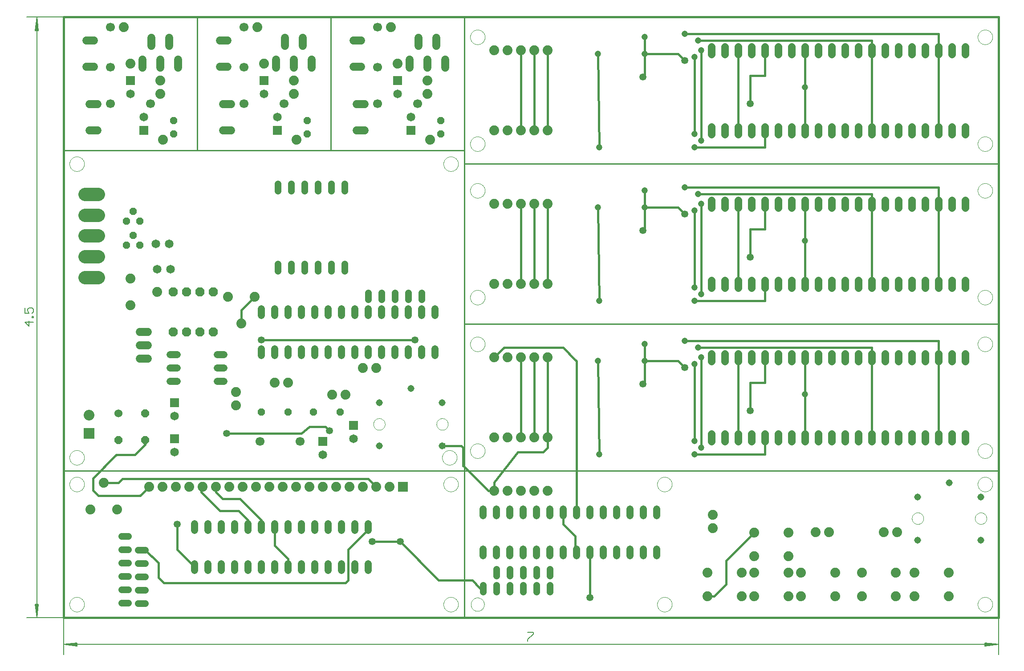
<source format=gtl>
G75*
G70*
%OFA0B0*%
%FSLAX24Y24*%
%IPPOS*%
%LPD*%
%AMOC8*
5,1,8,0,0,1.08239X$1,22.5*
%
%ADD10C,0.0000*%
%ADD11C,0.0160*%
%ADD12C,0.0100*%
%ADD13C,0.0051*%
%ADD14C,0.0060*%
%ADD15C,0.0550*%
%ADD16C,0.0740*%
%ADD17C,0.0515*%
%ADD18C,0.0515*%
%ADD19R,0.0740X0.0740*%
%ADD20C,0.0520*%
%ADD21OC8,0.0520*%
%ADD22R,0.0800X0.0800*%
%ADD23C,0.0800*%
%ADD24OC8,0.0560*%
%ADD25C,0.0650*%
%ADD26C,0.0600*%
%ADD27OC8,0.0600*%
%ADD28R,0.0650X0.0650*%
%ADD29C,0.0669*%
%ADD30C,0.1004*%
%ADD31C,0.0600*%
%ADD32OC8,0.0680*%
%ADD33C,0.0594*%
%ADD34C,0.0475*%
%ADD35C,0.0531*%
%ADD36R,0.0396X0.0396*%
D10*
X003709Y003893D02*
X003711Y003940D01*
X003717Y003986D01*
X003727Y004032D01*
X003740Y004077D01*
X003758Y004120D01*
X003779Y004162D01*
X003803Y004202D01*
X003831Y004239D01*
X003862Y004274D01*
X003896Y004307D01*
X003932Y004336D01*
X003971Y004362D01*
X004012Y004385D01*
X004055Y004404D01*
X004099Y004420D01*
X004144Y004432D01*
X004190Y004440D01*
X004237Y004444D01*
X004283Y004444D01*
X004330Y004440D01*
X004376Y004432D01*
X004421Y004420D01*
X004465Y004404D01*
X004508Y004385D01*
X004549Y004362D01*
X004588Y004336D01*
X004624Y004307D01*
X004658Y004274D01*
X004689Y004239D01*
X004717Y004202D01*
X004741Y004162D01*
X004762Y004120D01*
X004780Y004077D01*
X004793Y004032D01*
X004803Y003986D01*
X004809Y003940D01*
X004811Y003893D01*
X004809Y003846D01*
X004803Y003800D01*
X004793Y003754D01*
X004780Y003709D01*
X004762Y003666D01*
X004741Y003624D01*
X004717Y003584D01*
X004689Y003547D01*
X004658Y003512D01*
X004624Y003479D01*
X004588Y003450D01*
X004549Y003424D01*
X004508Y003401D01*
X004465Y003382D01*
X004421Y003366D01*
X004376Y003354D01*
X004330Y003346D01*
X004283Y003342D01*
X004237Y003342D01*
X004190Y003346D01*
X004144Y003354D01*
X004099Y003366D01*
X004055Y003382D01*
X004012Y003401D01*
X003971Y003424D01*
X003932Y003450D01*
X003896Y003479D01*
X003862Y003512D01*
X003831Y003547D01*
X003803Y003584D01*
X003779Y003624D01*
X003758Y003666D01*
X003740Y003709D01*
X003727Y003754D01*
X003717Y003800D01*
X003711Y003846D01*
X003709Y003893D01*
X003709Y012893D02*
X003711Y012940D01*
X003717Y012986D01*
X003727Y013032D01*
X003740Y013077D01*
X003758Y013120D01*
X003779Y013162D01*
X003803Y013202D01*
X003831Y013239D01*
X003862Y013274D01*
X003896Y013307D01*
X003932Y013336D01*
X003971Y013362D01*
X004012Y013385D01*
X004055Y013404D01*
X004099Y013420D01*
X004144Y013432D01*
X004190Y013440D01*
X004237Y013444D01*
X004283Y013444D01*
X004330Y013440D01*
X004376Y013432D01*
X004421Y013420D01*
X004465Y013404D01*
X004508Y013385D01*
X004549Y013362D01*
X004588Y013336D01*
X004624Y013307D01*
X004658Y013274D01*
X004689Y013239D01*
X004717Y013202D01*
X004741Y013162D01*
X004762Y013120D01*
X004780Y013077D01*
X004793Y013032D01*
X004803Y012986D01*
X004809Y012940D01*
X004811Y012893D01*
X004809Y012846D01*
X004803Y012800D01*
X004793Y012754D01*
X004780Y012709D01*
X004762Y012666D01*
X004741Y012624D01*
X004717Y012584D01*
X004689Y012547D01*
X004658Y012512D01*
X004624Y012479D01*
X004588Y012450D01*
X004549Y012424D01*
X004508Y012401D01*
X004465Y012382D01*
X004421Y012366D01*
X004376Y012354D01*
X004330Y012346D01*
X004283Y012342D01*
X004237Y012342D01*
X004190Y012346D01*
X004144Y012354D01*
X004099Y012366D01*
X004055Y012382D01*
X004012Y012401D01*
X003971Y012424D01*
X003932Y012450D01*
X003896Y012479D01*
X003862Y012512D01*
X003831Y012547D01*
X003803Y012584D01*
X003779Y012624D01*
X003758Y012666D01*
X003740Y012709D01*
X003727Y012754D01*
X003717Y012800D01*
X003711Y012846D01*
X003709Y012893D01*
X003709Y014893D02*
X003711Y014940D01*
X003717Y014986D01*
X003727Y015032D01*
X003740Y015077D01*
X003758Y015120D01*
X003779Y015162D01*
X003803Y015202D01*
X003831Y015239D01*
X003862Y015274D01*
X003896Y015307D01*
X003932Y015336D01*
X003971Y015362D01*
X004012Y015385D01*
X004055Y015404D01*
X004099Y015420D01*
X004144Y015432D01*
X004190Y015440D01*
X004237Y015444D01*
X004283Y015444D01*
X004330Y015440D01*
X004376Y015432D01*
X004421Y015420D01*
X004465Y015404D01*
X004508Y015385D01*
X004549Y015362D01*
X004588Y015336D01*
X004624Y015307D01*
X004658Y015274D01*
X004689Y015239D01*
X004717Y015202D01*
X004741Y015162D01*
X004762Y015120D01*
X004780Y015077D01*
X004793Y015032D01*
X004803Y014986D01*
X004809Y014940D01*
X004811Y014893D01*
X004809Y014846D01*
X004803Y014800D01*
X004793Y014754D01*
X004780Y014709D01*
X004762Y014666D01*
X004741Y014624D01*
X004717Y014584D01*
X004689Y014547D01*
X004658Y014512D01*
X004624Y014479D01*
X004588Y014450D01*
X004549Y014424D01*
X004508Y014401D01*
X004465Y014382D01*
X004421Y014366D01*
X004376Y014354D01*
X004330Y014346D01*
X004283Y014342D01*
X004237Y014342D01*
X004190Y014346D01*
X004144Y014354D01*
X004099Y014366D01*
X004055Y014382D01*
X004012Y014401D01*
X003971Y014424D01*
X003932Y014450D01*
X003896Y014479D01*
X003862Y014512D01*
X003831Y014547D01*
X003803Y014584D01*
X003779Y014624D01*
X003758Y014666D01*
X003740Y014709D01*
X003727Y014754D01*
X003717Y014800D01*
X003711Y014846D01*
X003709Y014893D01*
X026464Y017393D02*
X026466Y017434D01*
X026472Y017475D01*
X026482Y017515D01*
X026495Y017554D01*
X026512Y017591D01*
X026533Y017627D01*
X026557Y017661D01*
X026584Y017692D01*
X026613Y017720D01*
X026646Y017746D01*
X026680Y017768D01*
X026717Y017787D01*
X026755Y017802D01*
X026795Y017814D01*
X026835Y017822D01*
X026876Y017826D01*
X026918Y017826D01*
X026959Y017822D01*
X026999Y017814D01*
X027039Y017802D01*
X027077Y017787D01*
X027113Y017768D01*
X027148Y017746D01*
X027181Y017720D01*
X027210Y017692D01*
X027237Y017661D01*
X027261Y017627D01*
X027282Y017591D01*
X027299Y017554D01*
X027312Y017515D01*
X027322Y017475D01*
X027328Y017434D01*
X027330Y017393D01*
X027328Y017352D01*
X027322Y017311D01*
X027312Y017271D01*
X027299Y017232D01*
X027282Y017195D01*
X027261Y017159D01*
X027237Y017125D01*
X027210Y017094D01*
X027181Y017066D01*
X027148Y017040D01*
X027114Y017018D01*
X027077Y016999D01*
X027039Y016984D01*
X026999Y016972D01*
X026959Y016964D01*
X026918Y016960D01*
X026876Y016960D01*
X026835Y016964D01*
X026795Y016972D01*
X026755Y016984D01*
X026717Y016999D01*
X026681Y017018D01*
X026646Y017040D01*
X026613Y017066D01*
X026584Y017094D01*
X026557Y017125D01*
X026533Y017159D01*
X026512Y017195D01*
X026495Y017232D01*
X026482Y017271D01*
X026472Y017311D01*
X026466Y017352D01*
X026464Y017393D01*
X031189Y017393D02*
X031191Y017434D01*
X031197Y017475D01*
X031207Y017515D01*
X031220Y017554D01*
X031237Y017591D01*
X031258Y017627D01*
X031282Y017661D01*
X031309Y017692D01*
X031338Y017720D01*
X031371Y017746D01*
X031405Y017768D01*
X031442Y017787D01*
X031480Y017802D01*
X031520Y017814D01*
X031560Y017822D01*
X031601Y017826D01*
X031643Y017826D01*
X031684Y017822D01*
X031724Y017814D01*
X031764Y017802D01*
X031802Y017787D01*
X031838Y017768D01*
X031873Y017746D01*
X031906Y017720D01*
X031935Y017692D01*
X031962Y017661D01*
X031986Y017627D01*
X032007Y017591D01*
X032024Y017554D01*
X032037Y017515D01*
X032047Y017475D01*
X032053Y017434D01*
X032055Y017393D01*
X032053Y017352D01*
X032047Y017311D01*
X032037Y017271D01*
X032024Y017232D01*
X032007Y017195D01*
X031986Y017159D01*
X031962Y017125D01*
X031935Y017094D01*
X031906Y017066D01*
X031873Y017040D01*
X031839Y017018D01*
X031802Y016999D01*
X031764Y016984D01*
X031724Y016972D01*
X031684Y016964D01*
X031643Y016960D01*
X031601Y016960D01*
X031560Y016964D01*
X031520Y016972D01*
X031480Y016984D01*
X031442Y016999D01*
X031406Y017018D01*
X031371Y017040D01*
X031338Y017066D01*
X031309Y017094D01*
X031282Y017125D01*
X031258Y017159D01*
X031237Y017195D01*
X031220Y017232D01*
X031207Y017271D01*
X031197Y017311D01*
X031191Y017352D01*
X031189Y017393D01*
X033709Y015393D02*
X033711Y015440D01*
X033717Y015486D01*
X033727Y015532D01*
X033740Y015577D01*
X033758Y015620D01*
X033779Y015662D01*
X033803Y015702D01*
X033831Y015739D01*
X033862Y015774D01*
X033896Y015807D01*
X033932Y015836D01*
X033971Y015862D01*
X034012Y015885D01*
X034055Y015904D01*
X034099Y015920D01*
X034144Y015932D01*
X034190Y015940D01*
X034237Y015944D01*
X034283Y015944D01*
X034330Y015940D01*
X034376Y015932D01*
X034421Y015920D01*
X034465Y015904D01*
X034508Y015885D01*
X034549Y015862D01*
X034588Y015836D01*
X034624Y015807D01*
X034658Y015774D01*
X034689Y015739D01*
X034717Y015702D01*
X034741Y015662D01*
X034762Y015620D01*
X034780Y015577D01*
X034793Y015532D01*
X034803Y015486D01*
X034809Y015440D01*
X034811Y015393D01*
X034809Y015346D01*
X034803Y015300D01*
X034793Y015254D01*
X034780Y015209D01*
X034762Y015166D01*
X034741Y015124D01*
X034717Y015084D01*
X034689Y015047D01*
X034658Y015012D01*
X034624Y014979D01*
X034588Y014950D01*
X034549Y014924D01*
X034508Y014901D01*
X034465Y014882D01*
X034421Y014866D01*
X034376Y014854D01*
X034330Y014846D01*
X034283Y014842D01*
X034237Y014842D01*
X034190Y014846D01*
X034144Y014854D01*
X034099Y014866D01*
X034055Y014882D01*
X034012Y014901D01*
X033971Y014924D01*
X033932Y014950D01*
X033896Y014979D01*
X033862Y015012D01*
X033831Y015047D01*
X033803Y015084D01*
X033779Y015124D01*
X033758Y015166D01*
X033740Y015209D01*
X033727Y015254D01*
X033717Y015300D01*
X033711Y015346D01*
X033709Y015393D01*
X031609Y014893D02*
X031611Y014940D01*
X031617Y014986D01*
X031627Y015032D01*
X031640Y015077D01*
X031658Y015120D01*
X031679Y015162D01*
X031703Y015202D01*
X031731Y015239D01*
X031762Y015274D01*
X031796Y015307D01*
X031832Y015336D01*
X031871Y015362D01*
X031912Y015385D01*
X031955Y015404D01*
X031999Y015420D01*
X032044Y015432D01*
X032090Y015440D01*
X032137Y015444D01*
X032183Y015444D01*
X032230Y015440D01*
X032276Y015432D01*
X032321Y015420D01*
X032365Y015404D01*
X032408Y015385D01*
X032449Y015362D01*
X032488Y015336D01*
X032524Y015307D01*
X032558Y015274D01*
X032589Y015239D01*
X032617Y015202D01*
X032641Y015162D01*
X032662Y015120D01*
X032680Y015077D01*
X032693Y015032D01*
X032703Y014986D01*
X032709Y014940D01*
X032711Y014893D01*
X032709Y014846D01*
X032703Y014800D01*
X032693Y014754D01*
X032680Y014709D01*
X032662Y014666D01*
X032641Y014624D01*
X032617Y014584D01*
X032589Y014547D01*
X032558Y014512D01*
X032524Y014479D01*
X032488Y014450D01*
X032449Y014424D01*
X032408Y014401D01*
X032365Y014382D01*
X032321Y014366D01*
X032276Y014354D01*
X032230Y014346D01*
X032183Y014342D01*
X032137Y014342D01*
X032090Y014346D01*
X032044Y014354D01*
X031999Y014366D01*
X031955Y014382D01*
X031912Y014401D01*
X031871Y014424D01*
X031832Y014450D01*
X031796Y014479D01*
X031762Y014512D01*
X031731Y014547D01*
X031703Y014584D01*
X031679Y014624D01*
X031658Y014666D01*
X031640Y014709D01*
X031627Y014754D01*
X031617Y014800D01*
X031611Y014846D01*
X031609Y014893D01*
X031709Y012893D02*
X031711Y012940D01*
X031717Y012986D01*
X031727Y013032D01*
X031740Y013077D01*
X031758Y013120D01*
X031779Y013162D01*
X031803Y013202D01*
X031831Y013239D01*
X031862Y013274D01*
X031896Y013307D01*
X031932Y013336D01*
X031971Y013362D01*
X032012Y013385D01*
X032055Y013404D01*
X032099Y013420D01*
X032144Y013432D01*
X032190Y013440D01*
X032237Y013444D01*
X032283Y013444D01*
X032330Y013440D01*
X032376Y013432D01*
X032421Y013420D01*
X032465Y013404D01*
X032508Y013385D01*
X032549Y013362D01*
X032588Y013336D01*
X032624Y013307D01*
X032658Y013274D01*
X032689Y013239D01*
X032717Y013202D01*
X032741Y013162D01*
X032762Y013120D01*
X032780Y013077D01*
X032793Y013032D01*
X032803Y012986D01*
X032809Y012940D01*
X032811Y012893D01*
X032809Y012846D01*
X032803Y012800D01*
X032793Y012754D01*
X032780Y012709D01*
X032762Y012666D01*
X032741Y012624D01*
X032717Y012584D01*
X032689Y012547D01*
X032658Y012512D01*
X032624Y012479D01*
X032588Y012450D01*
X032549Y012424D01*
X032508Y012401D01*
X032465Y012382D01*
X032421Y012366D01*
X032376Y012354D01*
X032330Y012346D01*
X032283Y012342D01*
X032237Y012342D01*
X032190Y012346D01*
X032144Y012354D01*
X032099Y012366D01*
X032055Y012382D01*
X032012Y012401D01*
X031971Y012424D01*
X031932Y012450D01*
X031896Y012479D01*
X031862Y012512D01*
X031831Y012547D01*
X031803Y012584D01*
X031779Y012624D01*
X031758Y012666D01*
X031740Y012709D01*
X031727Y012754D01*
X031717Y012800D01*
X031711Y012846D01*
X031709Y012893D01*
X031709Y003893D02*
X031711Y003940D01*
X031717Y003986D01*
X031727Y004032D01*
X031740Y004077D01*
X031758Y004120D01*
X031779Y004162D01*
X031803Y004202D01*
X031831Y004239D01*
X031862Y004274D01*
X031896Y004307D01*
X031932Y004336D01*
X031971Y004362D01*
X032012Y004385D01*
X032055Y004404D01*
X032099Y004420D01*
X032144Y004432D01*
X032190Y004440D01*
X032237Y004444D01*
X032283Y004444D01*
X032330Y004440D01*
X032376Y004432D01*
X032421Y004420D01*
X032465Y004404D01*
X032508Y004385D01*
X032549Y004362D01*
X032588Y004336D01*
X032624Y004307D01*
X032658Y004274D01*
X032689Y004239D01*
X032717Y004202D01*
X032741Y004162D01*
X032762Y004120D01*
X032780Y004077D01*
X032793Y004032D01*
X032803Y003986D01*
X032809Y003940D01*
X032811Y003893D01*
X032809Y003846D01*
X032803Y003800D01*
X032793Y003754D01*
X032780Y003709D01*
X032762Y003666D01*
X032741Y003624D01*
X032717Y003584D01*
X032689Y003547D01*
X032658Y003512D01*
X032624Y003479D01*
X032588Y003450D01*
X032549Y003424D01*
X032508Y003401D01*
X032465Y003382D01*
X032421Y003366D01*
X032376Y003354D01*
X032330Y003346D01*
X032283Y003342D01*
X032237Y003342D01*
X032190Y003346D01*
X032144Y003354D01*
X032099Y003366D01*
X032055Y003382D01*
X032012Y003401D01*
X031971Y003424D01*
X031932Y003450D01*
X031896Y003479D01*
X031862Y003512D01*
X031831Y003547D01*
X031803Y003584D01*
X031779Y003624D01*
X031758Y003666D01*
X031740Y003709D01*
X031727Y003754D01*
X031717Y003800D01*
X031711Y003846D01*
X031709Y003893D01*
X033760Y003893D02*
X033762Y003937D01*
X033768Y003981D01*
X033778Y004024D01*
X033791Y004066D01*
X033808Y004107D01*
X033829Y004146D01*
X033853Y004183D01*
X033880Y004218D01*
X033910Y004250D01*
X033943Y004280D01*
X033979Y004306D01*
X034016Y004330D01*
X034056Y004349D01*
X034097Y004366D01*
X034140Y004378D01*
X034183Y004387D01*
X034227Y004392D01*
X034271Y004393D01*
X034315Y004390D01*
X034359Y004383D01*
X034402Y004372D01*
X034444Y004358D01*
X034484Y004340D01*
X034523Y004318D01*
X034559Y004294D01*
X034593Y004266D01*
X034625Y004235D01*
X034654Y004201D01*
X034680Y004165D01*
X034702Y004127D01*
X034721Y004087D01*
X034736Y004045D01*
X034748Y004003D01*
X034756Y003959D01*
X034760Y003915D01*
X034760Y003871D01*
X034756Y003827D01*
X034748Y003783D01*
X034736Y003741D01*
X034721Y003699D01*
X034702Y003659D01*
X034680Y003621D01*
X034654Y003585D01*
X034625Y003551D01*
X034593Y003520D01*
X034559Y003492D01*
X034523Y003468D01*
X034484Y003446D01*
X034444Y003428D01*
X034402Y003414D01*
X034359Y003403D01*
X034315Y003396D01*
X034271Y003393D01*
X034227Y003394D01*
X034183Y003399D01*
X034140Y003408D01*
X034097Y003420D01*
X034056Y003437D01*
X034016Y003456D01*
X033979Y003480D01*
X033943Y003506D01*
X033910Y003536D01*
X033880Y003568D01*
X033853Y003603D01*
X033829Y003640D01*
X033808Y003679D01*
X033791Y003720D01*
X033778Y003762D01*
X033768Y003805D01*
X033762Y003849D01*
X033760Y003893D01*
X047709Y003893D02*
X047711Y003940D01*
X047717Y003986D01*
X047727Y004032D01*
X047740Y004077D01*
X047758Y004120D01*
X047779Y004162D01*
X047803Y004202D01*
X047831Y004239D01*
X047862Y004274D01*
X047896Y004307D01*
X047932Y004336D01*
X047971Y004362D01*
X048012Y004385D01*
X048055Y004404D01*
X048099Y004420D01*
X048144Y004432D01*
X048190Y004440D01*
X048237Y004444D01*
X048283Y004444D01*
X048330Y004440D01*
X048376Y004432D01*
X048421Y004420D01*
X048465Y004404D01*
X048508Y004385D01*
X048549Y004362D01*
X048588Y004336D01*
X048624Y004307D01*
X048658Y004274D01*
X048689Y004239D01*
X048717Y004202D01*
X048741Y004162D01*
X048762Y004120D01*
X048780Y004077D01*
X048793Y004032D01*
X048803Y003986D01*
X048809Y003940D01*
X048811Y003893D01*
X048809Y003846D01*
X048803Y003800D01*
X048793Y003754D01*
X048780Y003709D01*
X048762Y003666D01*
X048741Y003624D01*
X048717Y003584D01*
X048689Y003547D01*
X048658Y003512D01*
X048624Y003479D01*
X048588Y003450D01*
X048549Y003424D01*
X048508Y003401D01*
X048465Y003382D01*
X048421Y003366D01*
X048376Y003354D01*
X048330Y003346D01*
X048283Y003342D01*
X048237Y003342D01*
X048190Y003346D01*
X048144Y003354D01*
X048099Y003366D01*
X048055Y003382D01*
X048012Y003401D01*
X047971Y003424D01*
X047932Y003450D01*
X047896Y003479D01*
X047862Y003512D01*
X047831Y003547D01*
X047803Y003584D01*
X047779Y003624D01*
X047758Y003666D01*
X047740Y003709D01*
X047727Y003754D01*
X047717Y003800D01*
X047711Y003846D01*
X047709Y003893D01*
X047709Y012893D02*
X047711Y012940D01*
X047717Y012986D01*
X047727Y013032D01*
X047740Y013077D01*
X047758Y013120D01*
X047779Y013162D01*
X047803Y013202D01*
X047831Y013239D01*
X047862Y013274D01*
X047896Y013307D01*
X047932Y013336D01*
X047971Y013362D01*
X048012Y013385D01*
X048055Y013404D01*
X048099Y013420D01*
X048144Y013432D01*
X048190Y013440D01*
X048237Y013444D01*
X048283Y013444D01*
X048330Y013440D01*
X048376Y013432D01*
X048421Y013420D01*
X048465Y013404D01*
X048508Y013385D01*
X048549Y013362D01*
X048588Y013336D01*
X048624Y013307D01*
X048658Y013274D01*
X048689Y013239D01*
X048717Y013202D01*
X048741Y013162D01*
X048762Y013120D01*
X048780Y013077D01*
X048793Y013032D01*
X048803Y012986D01*
X048809Y012940D01*
X048811Y012893D01*
X048809Y012846D01*
X048803Y012800D01*
X048793Y012754D01*
X048780Y012709D01*
X048762Y012666D01*
X048741Y012624D01*
X048717Y012584D01*
X048689Y012547D01*
X048658Y012512D01*
X048624Y012479D01*
X048588Y012450D01*
X048549Y012424D01*
X048508Y012401D01*
X048465Y012382D01*
X048421Y012366D01*
X048376Y012354D01*
X048330Y012346D01*
X048283Y012342D01*
X048237Y012342D01*
X048190Y012346D01*
X048144Y012354D01*
X048099Y012366D01*
X048055Y012382D01*
X048012Y012401D01*
X047971Y012424D01*
X047932Y012450D01*
X047896Y012479D01*
X047862Y012512D01*
X047831Y012547D01*
X047803Y012584D01*
X047779Y012624D01*
X047758Y012666D01*
X047740Y012709D01*
X047727Y012754D01*
X047717Y012800D01*
X047711Y012846D01*
X047709Y012893D01*
X033709Y023393D02*
X033711Y023440D01*
X033717Y023486D01*
X033727Y023532D01*
X033740Y023577D01*
X033758Y023620D01*
X033779Y023662D01*
X033803Y023702D01*
X033831Y023739D01*
X033862Y023774D01*
X033896Y023807D01*
X033932Y023836D01*
X033971Y023862D01*
X034012Y023885D01*
X034055Y023904D01*
X034099Y023920D01*
X034144Y023932D01*
X034190Y023940D01*
X034237Y023944D01*
X034283Y023944D01*
X034330Y023940D01*
X034376Y023932D01*
X034421Y023920D01*
X034465Y023904D01*
X034508Y023885D01*
X034549Y023862D01*
X034588Y023836D01*
X034624Y023807D01*
X034658Y023774D01*
X034689Y023739D01*
X034717Y023702D01*
X034741Y023662D01*
X034762Y023620D01*
X034780Y023577D01*
X034793Y023532D01*
X034803Y023486D01*
X034809Y023440D01*
X034811Y023393D01*
X034809Y023346D01*
X034803Y023300D01*
X034793Y023254D01*
X034780Y023209D01*
X034762Y023166D01*
X034741Y023124D01*
X034717Y023084D01*
X034689Y023047D01*
X034658Y023012D01*
X034624Y022979D01*
X034588Y022950D01*
X034549Y022924D01*
X034508Y022901D01*
X034465Y022882D01*
X034421Y022866D01*
X034376Y022854D01*
X034330Y022846D01*
X034283Y022842D01*
X034237Y022842D01*
X034190Y022846D01*
X034144Y022854D01*
X034099Y022866D01*
X034055Y022882D01*
X034012Y022901D01*
X033971Y022924D01*
X033932Y022950D01*
X033896Y022979D01*
X033862Y023012D01*
X033831Y023047D01*
X033803Y023084D01*
X033779Y023124D01*
X033758Y023166D01*
X033740Y023209D01*
X033727Y023254D01*
X033717Y023300D01*
X033711Y023346D01*
X033709Y023393D01*
X033709Y026893D02*
X033711Y026940D01*
X033717Y026986D01*
X033727Y027032D01*
X033740Y027077D01*
X033758Y027120D01*
X033779Y027162D01*
X033803Y027202D01*
X033831Y027239D01*
X033862Y027274D01*
X033896Y027307D01*
X033932Y027336D01*
X033971Y027362D01*
X034012Y027385D01*
X034055Y027404D01*
X034099Y027420D01*
X034144Y027432D01*
X034190Y027440D01*
X034237Y027444D01*
X034283Y027444D01*
X034330Y027440D01*
X034376Y027432D01*
X034421Y027420D01*
X034465Y027404D01*
X034508Y027385D01*
X034549Y027362D01*
X034588Y027336D01*
X034624Y027307D01*
X034658Y027274D01*
X034689Y027239D01*
X034717Y027202D01*
X034741Y027162D01*
X034762Y027120D01*
X034780Y027077D01*
X034793Y027032D01*
X034803Y026986D01*
X034809Y026940D01*
X034811Y026893D01*
X034809Y026846D01*
X034803Y026800D01*
X034793Y026754D01*
X034780Y026709D01*
X034762Y026666D01*
X034741Y026624D01*
X034717Y026584D01*
X034689Y026547D01*
X034658Y026512D01*
X034624Y026479D01*
X034588Y026450D01*
X034549Y026424D01*
X034508Y026401D01*
X034465Y026382D01*
X034421Y026366D01*
X034376Y026354D01*
X034330Y026346D01*
X034283Y026342D01*
X034237Y026342D01*
X034190Y026346D01*
X034144Y026354D01*
X034099Y026366D01*
X034055Y026382D01*
X034012Y026401D01*
X033971Y026424D01*
X033932Y026450D01*
X033896Y026479D01*
X033862Y026512D01*
X033831Y026547D01*
X033803Y026584D01*
X033779Y026624D01*
X033758Y026666D01*
X033740Y026709D01*
X033727Y026754D01*
X033717Y026800D01*
X033711Y026846D01*
X033709Y026893D01*
X033709Y034893D02*
X033711Y034940D01*
X033717Y034986D01*
X033727Y035032D01*
X033740Y035077D01*
X033758Y035120D01*
X033779Y035162D01*
X033803Y035202D01*
X033831Y035239D01*
X033862Y035274D01*
X033896Y035307D01*
X033932Y035336D01*
X033971Y035362D01*
X034012Y035385D01*
X034055Y035404D01*
X034099Y035420D01*
X034144Y035432D01*
X034190Y035440D01*
X034237Y035444D01*
X034283Y035444D01*
X034330Y035440D01*
X034376Y035432D01*
X034421Y035420D01*
X034465Y035404D01*
X034508Y035385D01*
X034549Y035362D01*
X034588Y035336D01*
X034624Y035307D01*
X034658Y035274D01*
X034689Y035239D01*
X034717Y035202D01*
X034741Y035162D01*
X034762Y035120D01*
X034780Y035077D01*
X034793Y035032D01*
X034803Y034986D01*
X034809Y034940D01*
X034811Y034893D01*
X034809Y034846D01*
X034803Y034800D01*
X034793Y034754D01*
X034780Y034709D01*
X034762Y034666D01*
X034741Y034624D01*
X034717Y034584D01*
X034689Y034547D01*
X034658Y034512D01*
X034624Y034479D01*
X034588Y034450D01*
X034549Y034424D01*
X034508Y034401D01*
X034465Y034382D01*
X034421Y034366D01*
X034376Y034354D01*
X034330Y034346D01*
X034283Y034342D01*
X034237Y034342D01*
X034190Y034346D01*
X034144Y034354D01*
X034099Y034366D01*
X034055Y034382D01*
X034012Y034401D01*
X033971Y034424D01*
X033932Y034450D01*
X033896Y034479D01*
X033862Y034512D01*
X033831Y034547D01*
X033803Y034584D01*
X033779Y034624D01*
X033758Y034666D01*
X033740Y034709D01*
X033727Y034754D01*
X033717Y034800D01*
X033711Y034846D01*
X033709Y034893D01*
X031709Y036893D02*
X031711Y036940D01*
X031717Y036986D01*
X031727Y037032D01*
X031740Y037077D01*
X031758Y037120D01*
X031779Y037162D01*
X031803Y037202D01*
X031831Y037239D01*
X031862Y037274D01*
X031896Y037307D01*
X031932Y037336D01*
X031971Y037362D01*
X032012Y037385D01*
X032055Y037404D01*
X032099Y037420D01*
X032144Y037432D01*
X032190Y037440D01*
X032237Y037444D01*
X032283Y037444D01*
X032330Y037440D01*
X032376Y037432D01*
X032421Y037420D01*
X032465Y037404D01*
X032508Y037385D01*
X032549Y037362D01*
X032588Y037336D01*
X032624Y037307D01*
X032658Y037274D01*
X032689Y037239D01*
X032717Y037202D01*
X032741Y037162D01*
X032762Y037120D01*
X032780Y037077D01*
X032793Y037032D01*
X032803Y036986D01*
X032809Y036940D01*
X032811Y036893D01*
X032809Y036846D01*
X032803Y036800D01*
X032793Y036754D01*
X032780Y036709D01*
X032762Y036666D01*
X032741Y036624D01*
X032717Y036584D01*
X032689Y036547D01*
X032658Y036512D01*
X032624Y036479D01*
X032588Y036450D01*
X032549Y036424D01*
X032508Y036401D01*
X032465Y036382D01*
X032421Y036366D01*
X032376Y036354D01*
X032330Y036346D01*
X032283Y036342D01*
X032237Y036342D01*
X032190Y036346D01*
X032144Y036354D01*
X032099Y036366D01*
X032055Y036382D01*
X032012Y036401D01*
X031971Y036424D01*
X031932Y036450D01*
X031896Y036479D01*
X031862Y036512D01*
X031831Y036547D01*
X031803Y036584D01*
X031779Y036624D01*
X031758Y036666D01*
X031740Y036709D01*
X031727Y036754D01*
X031717Y036800D01*
X031711Y036846D01*
X031709Y036893D01*
X033709Y038393D02*
X033711Y038440D01*
X033717Y038486D01*
X033727Y038532D01*
X033740Y038577D01*
X033758Y038620D01*
X033779Y038662D01*
X033803Y038702D01*
X033831Y038739D01*
X033862Y038774D01*
X033896Y038807D01*
X033932Y038836D01*
X033971Y038862D01*
X034012Y038885D01*
X034055Y038904D01*
X034099Y038920D01*
X034144Y038932D01*
X034190Y038940D01*
X034237Y038944D01*
X034283Y038944D01*
X034330Y038940D01*
X034376Y038932D01*
X034421Y038920D01*
X034465Y038904D01*
X034508Y038885D01*
X034549Y038862D01*
X034588Y038836D01*
X034624Y038807D01*
X034658Y038774D01*
X034689Y038739D01*
X034717Y038702D01*
X034741Y038662D01*
X034762Y038620D01*
X034780Y038577D01*
X034793Y038532D01*
X034803Y038486D01*
X034809Y038440D01*
X034811Y038393D01*
X034809Y038346D01*
X034803Y038300D01*
X034793Y038254D01*
X034780Y038209D01*
X034762Y038166D01*
X034741Y038124D01*
X034717Y038084D01*
X034689Y038047D01*
X034658Y038012D01*
X034624Y037979D01*
X034588Y037950D01*
X034549Y037924D01*
X034508Y037901D01*
X034465Y037882D01*
X034421Y037866D01*
X034376Y037854D01*
X034330Y037846D01*
X034283Y037842D01*
X034237Y037842D01*
X034190Y037846D01*
X034144Y037854D01*
X034099Y037866D01*
X034055Y037882D01*
X034012Y037901D01*
X033971Y037924D01*
X033932Y037950D01*
X033896Y037979D01*
X033862Y038012D01*
X033831Y038047D01*
X033803Y038084D01*
X033779Y038124D01*
X033758Y038166D01*
X033740Y038209D01*
X033727Y038254D01*
X033717Y038300D01*
X033711Y038346D01*
X033709Y038393D01*
X033709Y046393D02*
X033711Y046440D01*
X033717Y046486D01*
X033727Y046532D01*
X033740Y046577D01*
X033758Y046620D01*
X033779Y046662D01*
X033803Y046702D01*
X033831Y046739D01*
X033862Y046774D01*
X033896Y046807D01*
X033932Y046836D01*
X033971Y046862D01*
X034012Y046885D01*
X034055Y046904D01*
X034099Y046920D01*
X034144Y046932D01*
X034190Y046940D01*
X034237Y046944D01*
X034283Y046944D01*
X034330Y046940D01*
X034376Y046932D01*
X034421Y046920D01*
X034465Y046904D01*
X034508Y046885D01*
X034549Y046862D01*
X034588Y046836D01*
X034624Y046807D01*
X034658Y046774D01*
X034689Y046739D01*
X034717Y046702D01*
X034741Y046662D01*
X034762Y046620D01*
X034780Y046577D01*
X034793Y046532D01*
X034803Y046486D01*
X034809Y046440D01*
X034811Y046393D01*
X034809Y046346D01*
X034803Y046300D01*
X034793Y046254D01*
X034780Y046209D01*
X034762Y046166D01*
X034741Y046124D01*
X034717Y046084D01*
X034689Y046047D01*
X034658Y046012D01*
X034624Y045979D01*
X034588Y045950D01*
X034549Y045924D01*
X034508Y045901D01*
X034465Y045882D01*
X034421Y045866D01*
X034376Y045854D01*
X034330Y045846D01*
X034283Y045842D01*
X034237Y045842D01*
X034190Y045846D01*
X034144Y045854D01*
X034099Y045866D01*
X034055Y045882D01*
X034012Y045901D01*
X033971Y045924D01*
X033932Y045950D01*
X033896Y045979D01*
X033862Y046012D01*
X033831Y046047D01*
X033803Y046084D01*
X033779Y046124D01*
X033758Y046166D01*
X033740Y046209D01*
X033727Y046254D01*
X033717Y046300D01*
X033711Y046346D01*
X033709Y046393D01*
X003709Y036893D02*
X003711Y036940D01*
X003717Y036986D01*
X003727Y037032D01*
X003740Y037077D01*
X003758Y037120D01*
X003779Y037162D01*
X003803Y037202D01*
X003831Y037239D01*
X003862Y037274D01*
X003896Y037307D01*
X003932Y037336D01*
X003971Y037362D01*
X004012Y037385D01*
X004055Y037404D01*
X004099Y037420D01*
X004144Y037432D01*
X004190Y037440D01*
X004237Y037444D01*
X004283Y037444D01*
X004330Y037440D01*
X004376Y037432D01*
X004421Y037420D01*
X004465Y037404D01*
X004508Y037385D01*
X004549Y037362D01*
X004588Y037336D01*
X004624Y037307D01*
X004658Y037274D01*
X004689Y037239D01*
X004717Y037202D01*
X004741Y037162D01*
X004762Y037120D01*
X004780Y037077D01*
X004793Y037032D01*
X004803Y036986D01*
X004809Y036940D01*
X004811Y036893D01*
X004809Y036846D01*
X004803Y036800D01*
X004793Y036754D01*
X004780Y036709D01*
X004762Y036666D01*
X004741Y036624D01*
X004717Y036584D01*
X004689Y036547D01*
X004658Y036512D01*
X004624Y036479D01*
X004588Y036450D01*
X004549Y036424D01*
X004508Y036401D01*
X004465Y036382D01*
X004421Y036366D01*
X004376Y036354D01*
X004330Y036346D01*
X004283Y036342D01*
X004237Y036342D01*
X004190Y036346D01*
X004144Y036354D01*
X004099Y036366D01*
X004055Y036382D01*
X004012Y036401D01*
X003971Y036424D01*
X003932Y036450D01*
X003896Y036479D01*
X003862Y036512D01*
X003831Y036547D01*
X003803Y036584D01*
X003779Y036624D01*
X003758Y036666D01*
X003740Y036709D01*
X003727Y036754D01*
X003717Y036800D01*
X003711Y036846D01*
X003709Y036893D01*
X066784Y010333D02*
X066786Y010374D01*
X066792Y010415D01*
X066802Y010455D01*
X066815Y010494D01*
X066832Y010531D01*
X066853Y010567D01*
X066877Y010601D01*
X066904Y010632D01*
X066933Y010660D01*
X066966Y010686D01*
X067000Y010708D01*
X067037Y010727D01*
X067075Y010742D01*
X067115Y010754D01*
X067155Y010762D01*
X067196Y010766D01*
X067238Y010766D01*
X067279Y010762D01*
X067319Y010754D01*
X067359Y010742D01*
X067397Y010727D01*
X067433Y010708D01*
X067468Y010686D01*
X067501Y010660D01*
X067530Y010632D01*
X067557Y010601D01*
X067581Y010567D01*
X067602Y010531D01*
X067619Y010494D01*
X067632Y010455D01*
X067642Y010415D01*
X067648Y010374D01*
X067650Y010333D01*
X067648Y010292D01*
X067642Y010251D01*
X067632Y010211D01*
X067619Y010172D01*
X067602Y010135D01*
X067581Y010099D01*
X067557Y010065D01*
X067530Y010034D01*
X067501Y010006D01*
X067468Y009980D01*
X067434Y009958D01*
X067397Y009939D01*
X067359Y009924D01*
X067319Y009912D01*
X067279Y009904D01*
X067238Y009900D01*
X067196Y009900D01*
X067155Y009904D01*
X067115Y009912D01*
X067075Y009924D01*
X067037Y009939D01*
X067001Y009958D01*
X066966Y009980D01*
X066933Y010006D01*
X066904Y010034D01*
X066877Y010065D01*
X066853Y010099D01*
X066832Y010135D01*
X066815Y010172D01*
X066802Y010211D01*
X066792Y010251D01*
X066786Y010292D01*
X066784Y010333D01*
X071509Y010333D02*
X071511Y010374D01*
X071517Y010415D01*
X071527Y010455D01*
X071540Y010494D01*
X071557Y010531D01*
X071578Y010567D01*
X071602Y010601D01*
X071629Y010632D01*
X071658Y010660D01*
X071691Y010686D01*
X071725Y010708D01*
X071762Y010727D01*
X071800Y010742D01*
X071840Y010754D01*
X071880Y010762D01*
X071921Y010766D01*
X071963Y010766D01*
X072004Y010762D01*
X072044Y010754D01*
X072084Y010742D01*
X072122Y010727D01*
X072158Y010708D01*
X072193Y010686D01*
X072226Y010660D01*
X072255Y010632D01*
X072282Y010601D01*
X072306Y010567D01*
X072327Y010531D01*
X072344Y010494D01*
X072357Y010455D01*
X072367Y010415D01*
X072373Y010374D01*
X072375Y010333D01*
X072373Y010292D01*
X072367Y010251D01*
X072357Y010211D01*
X072344Y010172D01*
X072327Y010135D01*
X072306Y010099D01*
X072282Y010065D01*
X072255Y010034D01*
X072226Y010006D01*
X072193Y009980D01*
X072159Y009958D01*
X072122Y009939D01*
X072084Y009924D01*
X072044Y009912D01*
X072004Y009904D01*
X071963Y009900D01*
X071921Y009900D01*
X071880Y009904D01*
X071840Y009912D01*
X071800Y009924D01*
X071762Y009939D01*
X071726Y009958D01*
X071691Y009980D01*
X071658Y010006D01*
X071629Y010034D01*
X071602Y010065D01*
X071578Y010099D01*
X071557Y010135D01*
X071540Y010172D01*
X071527Y010211D01*
X071517Y010251D01*
X071511Y010292D01*
X071509Y010333D01*
X071709Y012893D02*
X071711Y012940D01*
X071717Y012986D01*
X071727Y013032D01*
X071740Y013077D01*
X071758Y013120D01*
X071779Y013162D01*
X071803Y013202D01*
X071831Y013239D01*
X071862Y013274D01*
X071896Y013307D01*
X071932Y013336D01*
X071971Y013362D01*
X072012Y013385D01*
X072055Y013404D01*
X072099Y013420D01*
X072144Y013432D01*
X072190Y013440D01*
X072237Y013444D01*
X072283Y013444D01*
X072330Y013440D01*
X072376Y013432D01*
X072421Y013420D01*
X072465Y013404D01*
X072508Y013385D01*
X072549Y013362D01*
X072588Y013336D01*
X072624Y013307D01*
X072658Y013274D01*
X072689Y013239D01*
X072717Y013202D01*
X072741Y013162D01*
X072762Y013120D01*
X072780Y013077D01*
X072793Y013032D01*
X072803Y012986D01*
X072809Y012940D01*
X072811Y012893D01*
X072809Y012846D01*
X072803Y012800D01*
X072793Y012754D01*
X072780Y012709D01*
X072762Y012666D01*
X072741Y012624D01*
X072717Y012584D01*
X072689Y012547D01*
X072658Y012512D01*
X072624Y012479D01*
X072588Y012450D01*
X072549Y012424D01*
X072508Y012401D01*
X072465Y012382D01*
X072421Y012366D01*
X072376Y012354D01*
X072330Y012346D01*
X072283Y012342D01*
X072237Y012342D01*
X072190Y012346D01*
X072144Y012354D01*
X072099Y012366D01*
X072055Y012382D01*
X072012Y012401D01*
X071971Y012424D01*
X071932Y012450D01*
X071896Y012479D01*
X071862Y012512D01*
X071831Y012547D01*
X071803Y012584D01*
X071779Y012624D01*
X071758Y012666D01*
X071740Y012709D01*
X071727Y012754D01*
X071717Y012800D01*
X071711Y012846D01*
X071709Y012893D01*
X071709Y015393D02*
X071711Y015440D01*
X071717Y015486D01*
X071727Y015532D01*
X071740Y015577D01*
X071758Y015620D01*
X071779Y015662D01*
X071803Y015702D01*
X071831Y015739D01*
X071862Y015774D01*
X071896Y015807D01*
X071932Y015836D01*
X071971Y015862D01*
X072012Y015885D01*
X072055Y015904D01*
X072099Y015920D01*
X072144Y015932D01*
X072190Y015940D01*
X072237Y015944D01*
X072283Y015944D01*
X072330Y015940D01*
X072376Y015932D01*
X072421Y015920D01*
X072465Y015904D01*
X072508Y015885D01*
X072549Y015862D01*
X072588Y015836D01*
X072624Y015807D01*
X072658Y015774D01*
X072689Y015739D01*
X072717Y015702D01*
X072741Y015662D01*
X072762Y015620D01*
X072780Y015577D01*
X072793Y015532D01*
X072803Y015486D01*
X072809Y015440D01*
X072811Y015393D01*
X072809Y015346D01*
X072803Y015300D01*
X072793Y015254D01*
X072780Y015209D01*
X072762Y015166D01*
X072741Y015124D01*
X072717Y015084D01*
X072689Y015047D01*
X072658Y015012D01*
X072624Y014979D01*
X072588Y014950D01*
X072549Y014924D01*
X072508Y014901D01*
X072465Y014882D01*
X072421Y014866D01*
X072376Y014854D01*
X072330Y014846D01*
X072283Y014842D01*
X072237Y014842D01*
X072190Y014846D01*
X072144Y014854D01*
X072099Y014866D01*
X072055Y014882D01*
X072012Y014901D01*
X071971Y014924D01*
X071932Y014950D01*
X071896Y014979D01*
X071862Y015012D01*
X071831Y015047D01*
X071803Y015084D01*
X071779Y015124D01*
X071758Y015166D01*
X071740Y015209D01*
X071727Y015254D01*
X071717Y015300D01*
X071711Y015346D01*
X071709Y015393D01*
X071709Y023393D02*
X071711Y023440D01*
X071717Y023486D01*
X071727Y023532D01*
X071740Y023577D01*
X071758Y023620D01*
X071779Y023662D01*
X071803Y023702D01*
X071831Y023739D01*
X071862Y023774D01*
X071896Y023807D01*
X071932Y023836D01*
X071971Y023862D01*
X072012Y023885D01*
X072055Y023904D01*
X072099Y023920D01*
X072144Y023932D01*
X072190Y023940D01*
X072237Y023944D01*
X072283Y023944D01*
X072330Y023940D01*
X072376Y023932D01*
X072421Y023920D01*
X072465Y023904D01*
X072508Y023885D01*
X072549Y023862D01*
X072588Y023836D01*
X072624Y023807D01*
X072658Y023774D01*
X072689Y023739D01*
X072717Y023702D01*
X072741Y023662D01*
X072762Y023620D01*
X072780Y023577D01*
X072793Y023532D01*
X072803Y023486D01*
X072809Y023440D01*
X072811Y023393D01*
X072809Y023346D01*
X072803Y023300D01*
X072793Y023254D01*
X072780Y023209D01*
X072762Y023166D01*
X072741Y023124D01*
X072717Y023084D01*
X072689Y023047D01*
X072658Y023012D01*
X072624Y022979D01*
X072588Y022950D01*
X072549Y022924D01*
X072508Y022901D01*
X072465Y022882D01*
X072421Y022866D01*
X072376Y022854D01*
X072330Y022846D01*
X072283Y022842D01*
X072237Y022842D01*
X072190Y022846D01*
X072144Y022854D01*
X072099Y022866D01*
X072055Y022882D01*
X072012Y022901D01*
X071971Y022924D01*
X071932Y022950D01*
X071896Y022979D01*
X071862Y023012D01*
X071831Y023047D01*
X071803Y023084D01*
X071779Y023124D01*
X071758Y023166D01*
X071740Y023209D01*
X071727Y023254D01*
X071717Y023300D01*
X071711Y023346D01*
X071709Y023393D01*
X071709Y026893D02*
X071711Y026940D01*
X071717Y026986D01*
X071727Y027032D01*
X071740Y027077D01*
X071758Y027120D01*
X071779Y027162D01*
X071803Y027202D01*
X071831Y027239D01*
X071862Y027274D01*
X071896Y027307D01*
X071932Y027336D01*
X071971Y027362D01*
X072012Y027385D01*
X072055Y027404D01*
X072099Y027420D01*
X072144Y027432D01*
X072190Y027440D01*
X072237Y027444D01*
X072283Y027444D01*
X072330Y027440D01*
X072376Y027432D01*
X072421Y027420D01*
X072465Y027404D01*
X072508Y027385D01*
X072549Y027362D01*
X072588Y027336D01*
X072624Y027307D01*
X072658Y027274D01*
X072689Y027239D01*
X072717Y027202D01*
X072741Y027162D01*
X072762Y027120D01*
X072780Y027077D01*
X072793Y027032D01*
X072803Y026986D01*
X072809Y026940D01*
X072811Y026893D01*
X072809Y026846D01*
X072803Y026800D01*
X072793Y026754D01*
X072780Y026709D01*
X072762Y026666D01*
X072741Y026624D01*
X072717Y026584D01*
X072689Y026547D01*
X072658Y026512D01*
X072624Y026479D01*
X072588Y026450D01*
X072549Y026424D01*
X072508Y026401D01*
X072465Y026382D01*
X072421Y026366D01*
X072376Y026354D01*
X072330Y026346D01*
X072283Y026342D01*
X072237Y026342D01*
X072190Y026346D01*
X072144Y026354D01*
X072099Y026366D01*
X072055Y026382D01*
X072012Y026401D01*
X071971Y026424D01*
X071932Y026450D01*
X071896Y026479D01*
X071862Y026512D01*
X071831Y026547D01*
X071803Y026584D01*
X071779Y026624D01*
X071758Y026666D01*
X071740Y026709D01*
X071727Y026754D01*
X071717Y026800D01*
X071711Y026846D01*
X071709Y026893D01*
X071709Y034893D02*
X071711Y034940D01*
X071717Y034986D01*
X071727Y035032D01*
X071740Y035077D01*
X071758Y035120D01*
X071779Y035162D01*
X071803Y035202D01*
X071831Y035239D01*
X071862Y035274D01*
X071896Y035307D01*
X071932Y035336D01*
X071971Y035362D01*
X072012Y035385D01*
X072055Y035404D01*
X072099Y035420D01*
X072144Y035432D01*
X072190Y035440D01*
X072237Y035444D01*
X072283Y035444D01*
X072330Y035440D01*
X072376Y035432D01*
X072421Y035420D01*
X072465Y035404D01*
X072508Y035385D01*
X072549Y035362D01*
X072588Y035336D01*
X072624Y035307D01*
X072658Y035274D01*
X072689Y035239D01*
X072717Y035202D01*
X072741Y035162D01*
X072762Y035120D01*
X072780Y035077D01*
X072793Y035032D01*
X072803Y034986D01*
X072809Y034940D01*
X072811Y034893D01*
X072809Y034846D01*
X072803Y034800D01*
X072793Y034754D01*
X072780Y034709D01*
X072762Y034666D01*
X072741Y034624D01*
X072717Y034584D01*
X072689Y034547D01*
X072658Y034512D01*
X072624Y034479D01*
X072588Y034450D01*
X072549Y034424D01*
X072508Y034401D01*
X072465Y034382D01*
X072421Y034366D01*
X072376Y034354D01*
X072330Y034346D01*
X072283Y034342D01*
X072237Y034342D01*
X072190Y034346D01*
X072144Y034354D01*
X072099Y034366D01*
X072055Y034382D01*
X072012Y034401D01*
X071971Y034424D01*
X071932Y034450D01*
X071896Y034479D01*
X071862Y034512D01*
X071831Y034547D01*
X071803Y034584D01*
X071779Y034624D01*
X071758Y034666D01*
X071740Y034709D01*
X071727Y034754D01*
X071717Y034800D01*
X071711Y034846D01*
X071709Y034893D01*
X071709Y038393D02*
X071711Y038440D01*
X071717Y038486D01*
X071727Y038532D01*
X071740Y038577D01*
X071758Y038620D01*
X071779Y038662D01*
X071803Y038702D01*
X071831Y038739D01*
X071862Y038774D01*
X071896Y038807D01*
X071932Y038836D01*
X071971Y038862D01*
X072012Y038885D01*
X072055Y038904D01*
X072099Y038920D01*
X072144Y038932D01*
X072190Y038940D01*
X072237Y038944D01*
X072283Y038944D01*
X072330Y038940D01*
X072376Y038932D01*
X072421Y038920D01*
X072465Y038904D01*
X072508Y038885D01*
X072549Y038862D01*
X072588Y038836D01*
X072624Y038807D01*
X072658Y038774D01*
X072689Y038739D01*
X072717Y038702D01*
X072741Y038662D01*
X072762Y038620D01*
X072780Y038577D01*
X072793Y038532D01*
X072803Y038486D01*
X072809Y038440D01*
X072811Y038393D01*
X072809Y038346D01*
X072803Y038300D01*
X072793Y038254D01*
X072780Y038209D01*
X072762Y038166D01*
X072741Y038124D01*
X072717Y038084D01*
X072689Y038047D01*
X072658Y038012D01*
X072624Y037979D01*
X072588Y037950D01*
X072549Y037924D01*
X072508Y037901D01*
X072465Y037882D01*
X072421Y037866D01*
X072376Y037854D01*
X072330Y037846D01*
X072283Y037842D01*
X072237Y037842D01*
X072190Y037846D01*
X072144Y037854D01*
X072099Y037866D01*
X072055Y037882D01*
X072012Y037901D01*
X071971Y037924D01*
X071932Y037950D01*
X071896Y037979D01*
X071862Y038012D01*
X071831Y038047D01*
X071803Y038084D01*
X071779Y038124D01*
X071758Y038166D01*
X071740Y038209D01*
X071727Y038254D01*
X071717Y038300D01*
X071711Y038346D01*
X071709Y038393D01*
X071709Y046393D02*
X071711Y046440D01*
X071717Y046486D01*
X071727Y046532D01*
X071740Y046577D01*
X071758Y046620D01*
X071779Y046662D01*
X071803Y046702D01*
X071831Y046739D01*
X071862Y046774D01*
X071896Y046807D01*
X071932Y046836D01*
X071971Y046862D01*
X072012Y046885D01*
X072055Y046904D01*
X072099Y046920D01*
X072144Y046932D01*
X072190Y046940D01*
X072237Y046944D01*
X072283Y046944D01*
X072330Y046940D01*
X072376Y046932D01*
X072421Y046920D01*
X072465Y046904D01*
X072508Y046885D01*
X072549Y046862D01*
X072588Y046836D01*
X072624Y046807D01*
X072658Y046774D01*
X072689Y046739D01*
X072717Y046702D01*
X072741Y046662D01*
X072762Y046620D01*
X072780Y046577D01*
X072793Y046532D01*
X072803Y046486D01*
X072809Y046440D01*
X072811Y046393D01*
X072809Y046346D01*
X072803Y046300D01*
X072793Y046254D01*
X072780Y046209D01*
X072762Y046166D01*
X072741Y046124D01*
X072717Y046084D01*
X072689Y046047D01*
X072658Y046012D01*
X072624Y045979D01*
X072588Y045950D01*
X072549Y045924D01*
X072508Y045901D01*
X072465Y045882D01*
X072421Y045866D01*
X072376Y045854D01*
X072330Y045846D01*
X072283Y045842D01*
X072237Y045842D01*
X072190Y045846D01*
X072144Y045854D01*
X072099Y045866D01*
X072055Y045882D01*
X072012Y045901D01*
X071971Y045924D01*
X071932Y045950D01*
X071896Y045979D01*
X071862Y046012D01*
X071831Y046047D01*
X071803Y046084D01*
X071779Y046124D01*
X071758Y046166D01*
X071740Y046209D01*
X071727Y046254D01*
X071717Y046300D01*
X071711Y046346D01*
X071709Y046393D01*
X071709Y003893D02*
X071711Y003940D01*
X071717Y003986D01*
X071727Y004032D01*
X071740Y004077D01*
X071758Y004120D01*
X071779Y004162D01*
X071803Y004202D01*
X071831Y004239D01*
X071862Y004274D01*
X071896Y004307D01*
X071932Y004336D01*
X071971Y004362D01*
X072012Y004385D01*
X072055Y004404D01*
X072099Y004420D01*
X072144Y004432D01*
X072190Y004440D01*
X072237Y004444D01*
X072283Y004444D01*
X072330Y004440D01*
X072376Y004432D01*
X072421Y004420D01*
X072465Y004404D01*
X072508Y004385D01*
X072549Y004362D01*
X072588Y004336D01*
X072624Y004307D01*
X072658Y004274D01*
X072689Y004239D01*
X072717Y004202D01*
X072741Y004162D01*
X072762Y004120D01*
X072780Y004077D01*
X072793Y004032D01*
X072803Y003986D01*
X072809Y003940D01*
X072811Y003893D01*
X072809Y003846D01*
X072803Y003800D01*
X072793Y003754D01*
X072780Y003709D01*
X072762Y003666D01*
X072741Y003624D01*
X072717Y003584D01*
X072689Y003547D01*
X072658Y003512D01*
X072624Y003479D01*
X072588Y003450D01*
X072549Y003424D01*
X072508Y003401D01*
X072465Y003382D01*
X072421Y003366D01*
X072376Y003354D01*
X072330Y003346D01*
X072283Y003342D01*
X072237Y003342D01*
X072190Y003346D01*
X072144Y003354D01*
X072099Y003366D01*
X072055Y003382D01*
X072012Y003401D01*
X071971Y003424D01*
X071932Y003450D01*
X071896Y003479D01*
X071862Y003512D01*
X071831Y003547D01*
X071803Y003584D01*
X071779Y003624D01*
X071758Y003666D01*
X071740Y003709D01*
X071727Y003754D01*
X071717Y003800D01*
X071711Y003846D01*
X071709Y003893D01*
D11*
X073260Y002893D02*
X033260Y002893D01*
X003260Y002893D01*
X003260Y013893D01*
X003260Y037893D01*
X003260Y047893D01*
X013260Y047893D01*
X023260Y047893D01*
X033260Y047893D01*
X073260Y047893D01*
X073260Y036893D01*
X073260Y024893D01*
X073260Y013893D01*
X073260Y002893D01*
X054980Y009283D02*
X052860Y007163D01*
X052860Y005393D01*
X051970Y004503D01*
X051480Y004503D01*
X042660Y004393D02*
X042660Y007793D01*
X041660Y007793D02*
X041560Y007893D01*
X041560Y008993D01*
X040660Y009893D01*
X040660Y010793D01*
X041660Y010793D02*
X041660Y022092D01*
X041623Y022180D02*
X040660Y023143D01*
X036311Y023143D01*
X036223Y023107D02*
X035510Y022393D01*
X036223Y023106D02*
X036238Y023119D01*
X036254Y023129D01*
X036272Y023137D01*
X036291Y023141D01*
X036311Y023143D01*
X037510Y022393D02*
X037510Y016393D01*
X038510Y016393D02*
X038510Y022443D01*
X039510Y022393D02*
X039510Y016393D01*
X039510Y015643D01*
X039160Y015293D01*
X037260Y015293D01*
X035510Y013043D01*
X035510Y012393D01*
X035060Y012393D01*
X033196Y014257D01*
X033160Y014345D02*
X033160Y015643D01*
X033060Y015743D01*
X032972Y015779D02*
X031645Y015779D01*
X032972Y015779D02*
X032992Y015777D01*
X033011Y015773D01*
X033029Y015765D01*
X033045Y015755D01*
X033060Y015742D01*
X033160Y014345D02*
X033162Y014325D01*
X033166Y014306D01*
X033174Y014288D01*
X033184Y014272D01*
X033197Y014257D01*
X026660Y012693D02*
X026060Y013293D01*
X007660Y013293D01*
X007360Y012993D01*
X006260Y012993D01*
X005460Y012495D02*
X005462Y012475D01*
X005466Y012456D01*
X005474Y012438D01*
X005484Y012422D01*
X005497Y012407D01*
X005496Y012407D02*
X005860Y012043D01*
X008958Y012043D01*
X009046Y012080D02*
X009660Y012693D01*
X009046Y012080D02*
X009031Y012067D01*
X009015Y012057D01*
X008997Y012049D01*
X008978Y012045D01*
X008958Y012043D01*
X007173Y015057D02*
X005460Y013343D01*
X005460Y012495D01*
X007173Y015056D02*
X007188Y015069D01*
X007204Y015079D01*
X007222Y015087D01*
X007241Y015091D01*
X007261Y015093D01*
X008610Y015093D01*
X009323Y015807D01*
X009360Y015895D02*
X009360Y016193D01*
X009360Y015895D02*
X009358Y015875D01*
X009354Y015856D01*
X009346Y015838D01*
X009336Y015822D01*
X009323Y015807D01*
X013560Y012593D02*
X013660Y012693D01*
X013560Y012593D02*
X013560Y012293D01*
X014960Y010893D01*
X016360Y010893D01*
X017060Y010193D01*
X017060Y009693D01*
X018060Y009693D02*
X018060Y010193D01*
X016460Y011793D01*
X015160Y011793D01*
X014660Y012293D01*
X014660Y012693D01*
X011760Y009893D02*
X011760Y007993D01*
X013060Y006693D01*
X010760Y005493D02*
X010360Y005893D01*
X010360Y006993D01*
X009370Y007983D01*
X009110Y007983D01*
X010760Y005493D02*
X024360Y005493D01*
X024560Y005693D01*
X024560Y007993D01*
X026060Y009493D01*
X026060Y009693D01*
X026360Y008593D02*
X028460Y008593D01*
X031323Y005730D01*
X031411Y005693D02*
X033860Y005693D01*
X034423Y005130D01*
X034511Y005093D02*
X034660Y005093D01*
X034511Y005093D02*
X034491Y005095D01*
X034472Y005099D01*
X034454Y005107D01*
X034438Y005117D01*
X034423Y005130D01*
X031411Y005693D02*
X031391Y005695D01*
X031372Y005699D01*
X031354Y005707D01*
X031338Y005717D01*
X031323Y005730D01*
X020060Y006693D02*
X020060Y007293D01*
X019060Y008293D01*
X019060Y009693D01*
X021060Y016693D02*
X015460Y016693D01*
X021060Y016693D02*
X021660Y017193D01*
X022860Y017193D01*
X023160Y016893D01*
X023960Y022693D02*
X024060Y022793D01*
X029560Y023693D02*
X018060Y023693D01*
X016560Y024943D02*
X016560Y025943D01*
X017560Y026943D01*
X037510Y027893D02*
X037510Y033893D01*
X038510Y033943D02*
X038510Y027893D01*
X039510Y027893D02*
X039510Y033893D01*
X043260Y033643D02*
X043360Y026643D01*
X046760Y023393D02*
X046760Y022143D01*
X046760Y020513D01*
X046640Y020393D01*
X046760Y022143D02*
X049260Y022143D01*
X049760Y021643D01*
X050510Y021893D02*
X050510Y016143D01*
X051010Y015643D02*
X051010Y022393D01*
X050760Y023143D02*
X063760Y023143D01*
X063760Y022393D01*
X063760Y016393D01*
X058760Y016393D02*
X058760Y019643D01*
X058760Y022393D01*
X055760Y022393D02*
X055760Y020493D01*
X054660Y020493D01*
X054660Y018393D01*
X053760Y016393D02*
X053760Y022393D01*
X049760Y023643D02*
X068760Y023643D01*
X068760Y022393D01*
X068760Y016393D01*
X055760Y016393D02*
X055760Y015143D01*
X050510Y015143D01*
X043360Y015143D02*
X043260Y022143D01*
X041660Y022092D02*
X041658Y022112D01*
X041654Y022131D01*
X041646Y022149D01*
X041636Y022165D01*
X041623Y022180D01*
X050510Y026643D02*
X055760Y026643D01*
X055760Y027893D01*
X053760Y027893D02*
X053760Y033893D01*
X055760Y033893D02*
X055760Y031993D01*
X054660Y031993D01*
X054660Y029893D01*
X058760Y031143D02*
X058760Y027893D01*
X058760Y031143D02*
X058760Y033893D01*
X063760Y033893D02*
X063760Y027893D01*
X068760Y027893D02*
X068760Y033893D01*
X068760Y035143D01*
X049760Y035143D01*
X050760Y034643D02*
X063760Y034643D01*
X063760Y033893D01*
X063760Y039393D02*
X063760Y045393D01*
X063760Y046143D01*
X050760Y046143D01*
X051010Y045393D02*
X051010Y038643D01*
X050510Y038143D02*
X055760Y038143D01*
X055760Y039393D01*
X053760Y039393D02*
X053760Y045393D01*
X055760Y045393D02*
X055760Y043493D01*
X054660Y043493D01*
X054660Y041393D01*
X058760Y042643D02*
X058760Y039393D01*
X058760Y042643D02*
X058760Y045393D01*
X050510Y044893D02*
X050510Y039143D01*
X046760Y034893D02*
X046760Y033643D01*
X046760Y032013D01*
X046640Y031893D01*
X046760Y033643D02*
X049260Y033643D01*
X049760Y033143D01*
X050510Y033393D02*
X050510Y027643D01*
X051010Y027143D02*
X051010Y033893D01*
X043360Y038143D02*
X043260Y045143D01*
X046760Y045143D02*
X046760Y043513D01*
X046640Y043393D01*
X046760Y045143D02*
X049260Y045143D01*
X049760Y044643D01*
X049760Y046643D02*
X068760Y046643D01*
X068760Y045393D01*
X068760Y039393D01*
X046760Y045143D02*
X046760Y046393D01*
X039510Y045393D02*
X039510Y039393D01*
X038510Y039393D02*
X038510Y045443D01*
X037510Y045393D02*
X037510Y039393D01*
D12*
X033260Y037893D02*
X033260Y036893D01*
X073260Y036893D01*
X073260Y024893D02*
X033260Y024893D01*
X033260Y036893D01*
X033260Y037893D02*
X023260Y037893D01*
X023260Y047893D01*
X013260Y047893D02*
X013260Y037893D01*
X023260Y037893D01*
X013260Y037893D02*
X003260Y037893D01*
X033260Y037893D02*
X033260Y047893D01*
X033260Y024893D02*
X033260Y002893D01*
X003260Y013893D02*
X073260Y013893D01*
D13*
X003260Y002893D02*
X003260Y000126D01*
X003260Y000893D02*
X004283Y000791D01*
X004283Y000768D02*
X003260Y000893D01*
X004283Y000996D01*
X004283Y001019D02*
X004283Y000768D01*
X004283Y000842D02*
X003260Y000893D01*
X004283Y000944D01*
X004283Y001019D02*
X003260Y000893D01*
X073260Y000893D01*
X072236Y000791D01*
X072236Y000768D02*
X073260Y000893D01*
X072236Y000996D01*
X072236Y001019D02*
X072236Y000768D01*
X072236Y000842D02*
X073260Y000893D01*
X072236Y000944D01*
X072236Y001019D02*
X073260Y000893D01*
X073260Y000126D02*
X073260Y002893D01*
X003260Y002893D02*
X000492Y002893D01*
X001260Y002893D02*
X001362Y003917D01*
X001385Y003917D02*
X001260Y002893D01*
X001157Y003917D01*
X001134Y003917D02*
X001385Y003917D01*
X001311Y003917D02*
X001260Y002893D01*
X001208Y003917D01*
X001134Y003917D02*
X001260Y002893D01*
X001260Y047893D01*
X001362Y046870D01*
X001385Y046870D02*
X001260Y047893D01*
X001157Y046870D01*
X001134Y046870D02*
X001385Y046870D01*
X001311Y046870D02*
X001260Y047893D01*
X001208Y046870D01*
X001134Y046870D02*
X001260Y047893D01*
X000492Y047893D02*
X003260Y047893D01*
D14*
X000897Y026120D02*
X000683Y026120D01*
X000576Y026013D01*
X000576Y025906D01*
X000683Y025693D01*
X000363Y025693D01*
X000363Y026120D01*
X000897Y026120D02*
X001003Y026013D01*
X001003Y025799D01*
X000897Y025693D01*
X000897Y025477D02*
X001003Y025477D01*
X001003Y025370D01*
X000897Y025370D01*
X000897Y025477D01*
X000683Y025153D02*
X000683Y024726D01*
X000363Y025046D01*
X001003Y025046D01*
X038010Y001790D02*
X038437Y001790D01*
X038437Y001683D01*
X038010Y001256D01*
X038010Y001149D01*
D15*
X051760Y016118D02*
X051760Y016668D01*
X052760Y016668D02*
X052760Y016118D01*
X053760Y016118D02*
X053760Y016668D01*
X054760Y016668D02*
X054760Y016118D01*
X055760Y016118D02*
X055760Y016668D01*
X056760Y016668D02*
X056760Y016118D01*
X057760Y016118D02*
X057760Y016668D01*
X058760Y016668D02*
X058760Y016118D01*
X059760Y016118D02*
X059760Y016668D01*
X060760Y016668D02*
X060760Y016118D01*
X061760Y016118D02*
X061760Y016668D01*
X062760Y016668D02*
X062760Y016118D01*
X063760Y016118D02*
X063760Y016668D01*
X064760Y016668D02*
X064760Y016118D01*
X065760Y016118D02*
X065760Y016668D01*
X066760Y016668D02*
X066760Y016118D01*
X067760Y016118D02*
X067760Y016668D01*
X068760Y016668D02*
X068760Y016118D01*
X069760Y016118D02*
X069760Y016668D01*
X070760Y016668D02*
X070760Y016118D01*
X070760Y022118D02*
X070760Y022668D01*
X069760Y022668D02*
X069760Y022118D01*
X068760Y022118D02*
X068760Y022668D01*
X067760Y022668D02*
X067760Y022118D01*
X066760Y022118D02*
X066760Y022668D01*
X065760Y022668D02*
X065760Y022118D01*
X064760Y022118D02*
X064760Y022668D01*
X063760Y022668D02*
X063760Y022118D01*
X062760Y022118D02*
X062760Y022668D01*
X061760Y022668D02*
X061760Y022118D01*
X060760Y022118D02*
X060760Y022668D01*
X059760Y022668D02*
X059760Y022118D01*
X058760Y022118D02*
X058760Y022668D01*
X057760Y022668D02*
X057760Y022118D01*
X056760Y022118D02*
X056760Y022668D01*
X055760Y022668D02*
X055760Y022118D01*
X054760Y022118D02*
X054760Y022668D01*
X053760Y022668D02*
X053760Y022118D01*
X052760Y022118D02*
X052760Y022668D01*
X051760Y022668D02*
X051760Y022118D01*
X051760Y027618D02*
X051760Y028168D01*
X052760Y028168D02*
X052760Y027618D01*
X053760Y027618D02*
X053760Y028168D01*
X054760Y028168D02*
X054760Y027618D01*
X055760Y027618D02*
X055760Y028168D01*
X056760Y028168D02*
X056760Y027618D01*
X057760Y027618D02*
X057760Y028168D01*
X058760Y028168D02*
X058760Y027618D01*
X059760Y027618D02*
X059760Y028168D01*
X060760Y028168D02*
X060760Y027618D01*
X061760Y027618D02*
X061760Y028168D01*
X062760Y028168D02*
X062760Y027618D01*
X063760Y027618D02*
X063760Y028168D01*
X064760Y028168D02*
X064760Y027618D01*
X065760Y027618D02*
X065760Y028168D01*
X066760Y028168D02*
X066760Y027618D01*
X067760Y027618D02*
X067760Y028168D01*
X068760Y028168D02*
X068760Y027618D01*
X069760Y027618D02*
X069760Y028168D01*
X070760Y028168D02*
X070760Y027618D01*
X070760Y033618D02*
X070760Y034168D01*
X069760Y034168D02*
X069760Y033618D01*
X068760Y033618D02*
X068760Y034168D01*
X067760Y034168D02*
X067760Y033618D01*
X066760Y033618D02*
X066760Y034168D01*
X065760Y034168D02*
X065760Y033618D01*
X064760Y033618D02*
X064760Y034168D01*
X063760Y034168D02*
X063760Y033618D01*
X062760Y033618D02*
X062760Y034168D01*
X061760Y034168D02*
X061760Y033618D01*
X060760Y033618D02*
X060760Y034168D01*
X059760Y034168D02*
X059760Y033618D01*
X058760Y033618D02*
X058760Y034168D01*
X057760Y034168D02*
X057760Y033618D01*
X056760Y033618D02*
X056760Y034168D01*
X055760Y034168D02*
X055760Y033618D01*
X054760Y033618D02*
X054760Y034168D01*
X053760Y034168D02*
X053760Y033618D01*
X052760Y033618D02*
X052760Y034168D01*
X051760Y034168D02*
X051760Y033618D01*
X051760Y039118D02*
X051760Y039668D01*
X052760Y039668D02*
X052760Y039118D01*
X053760Y039118D02*
X053760Y039668D01*
X054760Y039668D02*
X054760Y039118D01*
X055760Y039118D02*
X055760Y039668D01*
X056760Y039668D02*
X056760Y039118D01*
X057760Y039118D02*
X057760Y039668D01*
X058760Y039668D02*
X058760Y039118D01*
X059760Y039118D02*
X059760Y039668D01*
X060760Y039668D02*
X060760Y039118D01*
X061760Y039118D02*
X061760Y039668D01*
X062760Y039668D02*
X062760Y039118D01*
X063760Y039118D02*
X063760Y039668D01*
X064760Y039668D02*
X064760Y039118D01*
X065760Y039118D02*
X065760Y039668D01*
X066760Y039668D02*
X066760Y039118D01*
X067760Y039118D02*
X067760Y039668D01*
X068760Y039668D02*
X068760Y039118D01*
X069760Y039118D02*
X069760Y039668D01*
X070760Y039668D02*
X070760Y039118D01*
X070760Y045118D02*
X070760Y045668D01*
X069760Y045668D02*
X069760Y045118D01*
X068760Y045118D02*
X068760Y045668D01*
X067760Y045668D02*
X067760Y045118D01*
X066760Y045118D02*
X066760Y045668D01*
X065760Y045668D02*
X065760Y045118D01*
X064760Y045118D02*
X064760Y045668D01*
X063760Y045668D02*
X063760Y045118D01*
X062760Y045118D02*
X062760Y045668D01*
X061760Y045668D02*
X061760Y045118D01*
X060760Y045118D02*
X060760Y045668D01*
X059760Y045668D02*
X059760Y045118D01*
X058760Y045118D02*
X058760Y045668D01*
X057760Y045668D02*
X057760Y045118D01*
X056760Y045118D02*
X056760Y045668D01*
X055760Y045668D02*
X055760Y045118D01*
X054760Y045118D02*
X054760Y045668D01*
X053760Y045668D02*
X053760Y045118D01*
X052760Y045118D02*
X052760Y045668D01*
X051760Y045668D02*
X051760Y045118D01*
D16*
X039510Y045393D03*
X038510Y045393D03*
X037510Y045393D03*
X036510Y045393D03*
X035510Y045393D03*
X030510Y043143D03*
X030510Y042143D03*
X028260Y044393D03*
X027760Y047143D03*
X020510Y043143D03*
X020510Y042143D03*
X018260Y044393D03*
X017760Y047143D03*
X010510Y043143D03*
X010510Y042143D03*
X008260Y044393D03*
X007760Y047143D03*
X010710Y038693D03*
X020710Y038693D03*
X030710Y038693D03*
X035510Y039393D03*
X036510Y039393D03*
X037510Y039393D03*
X038510Y039393D03*
X039510Y039393D03*
X039510Y033893D03*
X038510Y033893D03*
X037510Y033893D03*
X036510Y033893D03*
X035510Y033893D03*
X035510Y027893D03*
X036510Y027893D03*
X037510Y027893D03*
X038510Y027893D03*
X039510Y027893D03*
X039510Y022393D03*
X038510Y022393D03*
X037510Y022393D03*
X036510Y022393D03*
X035510Y022393D03*
X026660Y021593D03*
X025660Y021593D03*
X024360Y019593D03*
X023360Y019593D03*
X020060Y020493D03*
X019060Y020493D03*
X016160Y019793D03*
X016160Y018793D03*
X016660Y012693D03*
X015660Y012693D03*
X014660Y012693D03*
X013660Y012693D03*
X012660Y012693D03*
X011660Y012693D03*
X010660Y012693D03*
X009660Y012693D03*
X007260Y010993D03*
X005260Y010993D03*
X006260Y012993D03*
X017660Y012693D03*
X018660Y012693D03*
X019660Y012693D03*
X020660Y012693D03*
X021660Y012693D03*
X022660Y012693D03*
X023660Y012693D03*
X024660Y012693D03*
X025660Y012693D03*
X026660Y012693D03*
X027660Y012693D03*
X035510Y012393D03*
X036510Y012393D03*
X037510Y012393D03*
X038510Y012393D03*
X039510Y012393D03*
X039510Y016393D03*
X038510Y016393D03*
X037510Y016393D03*
X036510Y016393D03*
X035510Y016393D03*
X051860Y010593D03*
X051860Y009593D03*
X054980Y009283D03*
X054980Y007503D03*
X054980Y006283D03*
X054040Y006283D03*
X054040Y004503D03*
X054980Y004503D03*
X057540Y004503D03*
X058480Y004503D03*
X058480Y006283D03*
X057540Y006283D03*
X057540Y007503D03*
X057540Y009283D03*
X059560Y009293D03*
X060560Y009293D03*
X061040Y006283D03*
X063030Y006283D03*
X063030Y004503D03*
X061040Y004503D03*
X065590Y004503D03*
X066980Y004503D03*
X066980Y006283D03*
X065590Y006283D03*
X069540Y006283D03*
X069540Y004503D03*
X065660Y009293D03*
X064660Y009293D03*
X051480Y006283D03*
X051480Y004503D03*
X017560Y026943D03*
X015560Y026943D03*
X016560Y024943D03*
X010260Y027293D03*
X008260Y026293D03*
X008260Y028293D03*
D17*
X019310Y028886D02*
X019310Y029401D01*
X020310Y029401D02*
X020310Y028886D01*
X021310Y028886D02*
X021310Y029401D01*
X022310Y029401D02*
X022310Y028886D01*
X023310Y028886D02*
X023310Y029401D01*
X024310Y029401D02*
X024310Y028886D01*
X026060Y027251D02*
X026060Y026736D01*
X027060Y026736D02*
X027060Y027251D01*
X028060Y027251D02*
X028060Y026736D01*
X029060Y026736D02*
X029060Y027251D01*
X030060Y027251D02*
X030060Y026736D01*
X024310Y034886D02*
X024310Y035401D01*
X023310Y035401D02*
X023310Y034886D01*
X022310Y034886D02*
X022310Y035401D01*
X021310Y035401D02*
X021310Y034886D01*
X020310Y034886D02*
X020310Y035401D01*
X019310Y035401D02*
X019310Y034886D01*
X008117Y008993D02*
X007602Y008993D01*
X007602Y007993D02*
X008117Y007993D01*
X008852Y007983D02*
X009367Y007983D01*
X009367Y006983D02*
X008852Y006983D01*
X008117Y006993D02*
X007602Y006993D01*
X007602Y005993D02*
X008117Y005993D01*
X008852Y005983D02*
X009367Y005983D01*
X009367Y004983D02*
X008852Y004983D01*
X008117Y004993D02*
X007602Y004993D01*
X007602Y003993D02*
X008117Y003993D01*
X008852Y003983D02*
X009367Y003983D01*
X034660Y004836D02*
X034660Y005351D01*
X035660Y005351D02*
X035660Y004836D01*
X036660Y004836D02*
X036660Y005351D01*
X036660Y006036D02*
X036660Y006551D01*
X035660Y006551D02*
X035660Y006036D01*
X037660Y006036D02*
X037660Y006551D01*
X038660Y006551D02*
X038660Y006036D01*
X038660Y005351D02*
X038660Y004836D01*
X037660Y004836D02*
X037660Y005351D01*
X039660Y005351D02*
X039660Y004836D01*
X039660Y006036D02*
X039660Y006551D01*
D18*
X031622Y015779D03*
X031622Y019007D03*
X029260Y020070D03*
X026897Y019007D03*
X026897Y015779D03*
X067217Y011947D03*
X069580Y013010D03*
X071942Y011947D03*
X071942Y008719D03*
X067217Y008719D03*
D19*
X028660Y012693D03*
D20*
X026060Y009953D02*
X026060Y009433D01*
X025060Y009433D02*
X025060Y009953D01*
X024060Y009953D02*
X024060Y009433D01*
X023060Y009433D02*
X023060Y009953D01*
X022060Y009953D02*
X022060Y009433D01*
X021060Y009433D02*
X021060Y009953D01*
X020060Y009953D02*
X020060Y009433D01*
X019060Y009433D02*
X019060Y009953D01*
X018060Y009953D02*
X018060Y009433D01*
X017060Y009433D02*
X017060Y009953D01*
X016060Y009953D02*
X016060Y009433D01*
X015060Y009433D02*
X015060Y009953D01*
X014060Y009953D02*
X014060Y009433D01*
X013060Y009433D02*
X013060Y009953D01*
X013060Y006953D02*
X013060Y006433D01*
X014060Y006433D02*
X014060Y006953D01*
X015060Y006953D02*
X015060Y006433D01*
X016060Y006433D02*
X016060Y006953D01*
X017060Y006953D02*
X017060Y006433D01*
X018060Y006433D02*
X018060Y006953D01*
X019060Y006953D02*
X019060Y006433D01*
X020060Y006433D02*
X020060Y006953D01*
X021060Y006953D02*
X021060Y006433D01*
X022060Y006433D02*
X022060Y006953D01*
X023060Y006953D02*
X023060Y006433D01*
X024060Y006433D02*
X024060Y006953D01*
X025060Y006953D02*
X025060Y006433D01*
X026060Y006433D02*
X026060Y006953D01*
X034660Y007533D02*
X034660Y008053D01*
X035660Y008053D02*
X035660Y007533D01*
X036660Y007533D02*
X036660Y008053D01*
X037660Y008053D02*
X037660Y007533D01*
X038660Y007533D02*
X038660Y008053D01*
X039660Y008053D02*
X039660Y007533D01*
X040660Y007533D02*
X040660Y008053D01*
X041660Y008053D02*
X041660Y007533D01*
X042660Y007533D02*
X042660Y008053D01*
X043660Y008053D02*
X043660Y007533D01*
X044660Y007533D02*
X044660Y008053D01*
X045660Y008053D02*
X045660Y007533D01*
X046660Y007533D02*
X046660Y008053D01*
X047660Y008053D02*
X047660Y007533D01*
X047660Y010533D02*
X047660Y011053D01*
X046660Y011053D02*
X046660Y010533D01*
X045660Y010533D02*
X045660Y011053D01*
X044660Y011053D02*
X044660Y010533D01*
X043660Y010533D02*
X043660Y011053D01*
X042660Y011053D02*
X042660Y010533D01*
X041660Y010533D02*
X041660Y011053D01*
X040660Y011053D02*
X040660Y010533D01*
X039660Y010533D02*
X039660Y011053D01*
X038660Y011053D02*
X038660Y010533D01*
X037660Y010533D02*
X037660Y011053D01*
X036660Y011053D02*
X036660Y010533D01*
X035660Y010533D02*
X035660Y011053D01*
X034660Y011053D02*
X034660Y010533D01*
X031060Y022533D02*
X031060Y023053D01*
X030060Y023053D02*
X030060Y022533D01*
X029060Y022533D02*
X029060Y023053D01*
X028060Y023053D02*
X028060Y022533D01*
X027060Y022533D02*
X027060Y023053D01*
X026060Y023053D02*
X026060Y022533D01*
X025060Y022533D02*
X025060Y023053D01*
X024060Y023053D02*
X024060Y022533D01*
X023060Y022533D02*
X023060Y023053D01*
X022060Y023053D02*
X022060Y022533D01*
X021060Y022533D02*
X021060Y023053D01*
X020060Y023053D02*
X020060Y022533D01*
X019060Y022533D02*
X019060Y023053D01*
X018060Y023053D02*
X018060Y022533D01*
X015280Y022593D02*
X014760Y022593D01*
X014760Y021593D02*
X015280Y021593D01*
X015280Y020593D02*
X014760Y020593D01*
X011760Y020593D02*
X011240Y020593D01*
X011240Y021593D02*
X011760Y021593D01*
X011760Y022593D02*
X011240Y022593D01*
X018060Y025533D02*
X018060Y026053D01*
X019060Y026053D02*
X019060Y025533D01*
X020060Y025533D02*
X020060Y026053D01*
X021060Y026053D02*
X021060Y025533D01*
X022060Y025533D02*
X022060Y026053D01*
X023060Y026053D02*
X023060Y025533D01*
X024060Y025533D02*
X024060Y026053D01*
X025060Y026053D02*
X025060Y025533D01*
X026060Y025533D02*
X026060Y026053D01*
X027060Y026053D02*
X027060Y025533D01*
X028060Y025533D02*
X028060Y026053D01*
X029060Y026053D02*
X029060Y025533D01*
X030060Y025533D02*
X030060Y026053D01*
X031060Y026053D02*
X031060Y025533D01*
D21*
X031510Y039143D03*
X031510Y040143D03*
X021510Y040143D03*
X021510Y039143D03*
X011510Y039143D03*
X011510Y040143D03*
X008460Y033343D03*
X008960Y032593D03*
X007960Y032593D03*
X008460Y031543D03*
X008960Y030793D03*
X007960Y030793D03*
D22*
X005160Y016693D03*
D23*
X005160Y018071D03*
D24*
X018060Y018293D03*
X020060Y018293D03*
X021960Y018293D03*
X023960Y018293D03*
D25*
X024960Y016293D03*
X022660Y015093D03*
X011560Y015293D03*
X011560Y017993D03*
X011260Y028993D03*
X010260Y028993D03*
X010160Y030893D03*
X011160Y030893D03*
X009260Y040393D03*
X008260Y042143D03*
X018260Y042143D03*
X019260Y040393D03*
X028260Y042143D03*
X029260Y040393D03*
D26*
X007360Y018193D03*
D27*
X009360Y018193D03*
X009360Y016193D03*
X007360Y016193D03*
D28*
X011560Y016293D03*
X011560Y018993D03*
X022660Y016093D03*
X024960Y017293D03*
X029260Y039393D03*
X028260Y043143D03*
X019260Y039393D03*
X018260Y043143D03*
X009260Y039393D03*
X008260Y043143D03*
D29*
X006760Y044143D03*
X006760Y041393D03*
X009760Y041393D03*
X016760Y041393D03*
X019760Y041393D03*
X016760Y044143D03*
X016760Y047143D03*
X006760Y047143D03*
X026760Y047143D03*
X026760Y044143D03*
X026760Y041393D03*
X029760Y041393D03*
X020960Y016093D03*
X017960Y016093D03*
D30*
X005861Y028375D02*
X004858Y028375D01*
X004858Y029934D02*
X005861Y029934D01*
X005861Y031493D02*
X004858Y031493D01*
X004858Y033052D02*
X005861Y033052D01*
X005861Y034611D02*
X004858Y034611D01*
D31*
X009170Y044093D02*
X009170Y044693D01*
X009840Y045733D02*
X009840Y046333D01*
X011180Y046333D02*
X011180Y045733D01*
X011850Y044693D02*
X011850Y044093D01*
X010510Y044093D02*
X010510Y044693D01*
X019170Y044693D02*
X019170Y044093D01*
X020510Y044093D02*
X020510Y044693D01*
X021180Y045733D02*
X021180Y046333D01*
X019840Y046333D02*
X019840Y045733D01*
X021850Y044693D02*
X021850Y044093D01*
X029170Y044093D02*
X029170Y044693D01*
X029840Y045733D02*
X029840Y046333D01*
X031180Y046333D02*
X031180Y045733D01*
X031850Y044693D02*
X031850Y044093D01*
X030510Y044093D02*
X030510Y044693D01*
X009560Y024293D02*
X008960Y024293D01*
X008960Y023293D02*
X009560Y023293D01*
X009560Y022293D02*
X008960Y022293D01*
D32*
X011460Y024293D03*
X012460Y024293D03*
X013460Y024293D03*
X014460Y024293D03*
X014460Y027293D03*
X013460Y027293D03*
X012460Y027293D03*
X011460Y027293D03*
D33*
X015213Y039409D02*
X015806Y039409D01*
X015806Y041378D02*
X015213Y041378D01*
X014963Y044159D02*
X015556Y044159D01*
X015556Y046128D02*
X014963Y046128D01*
X005556Y046128D02*
X004963Y046128D01*
X004963Y044159D02*
X005556Y044159D01*
X005806Y041378D02*
X005213Y041378D01*
X005213Y039409D02*
X005806Y039409D01*
X024963Y044159D02*
X025556Y044159D01*
X025556Y046128D02*
X024963Y046128D01*
X025213Y041378D02*
X025806Y041378D01*
X025806Y039409D02*
X025213Y039409D01*
D34*
X043260Y045143D03*
X046760Y045143D03*
X046760Y046393D03*
X049760Y046643D03*
X050760Y046143D03*
X051010Y045393D03*
X050510Y044893D03*
X050510Y039143D03*
X051010Y038643D03*
X050510Y038143D03*
X049760Y035143D03*
X050760Y034643D03*
X051010Y033893D03*
X050510Y033393D03*
X046760Y033643D03*
X046760Y034893D03*
X043260Y033643D03*
X043360Y038143D03*
X050510Y027643D03*
X051010Y027143D03*
X050510Y026643D03*
X049760Y023643D03*
X050760Y023143D03*
X051010Y022393D03*
X050510Y021893D03*
X046760Y022143D03*
X046760Y023393D03*
X043260Y022143D03*
X043360Y026643D03*
X050510Y016143D03*
X051010Y015643D03*
X050510Y015143D03*
X043360Y015143D03*
X058760Y019643D03*
X058760Y031143D03*
X058760Y042643D03*
D35*
X054660Y041393D03*
X049760Y044643D03*
X046640Y043393D03*
X049760Y033143D03*
X046640Y031893D03*
X054660Y029893D03*
X049760Y021643D03*
X046640Y020393D03*
X054660Y018393D03*
X042660Y004393D03*
X028460Y008593D03*
X026360Y008593D03*
X023160Y016893D03*
X015460Y016693D03*
X018060Y023693D03*
X029560Y023693D03*
X011760Y009893D03*
D36*
X031645Y015779D03*
M02*

</source>
